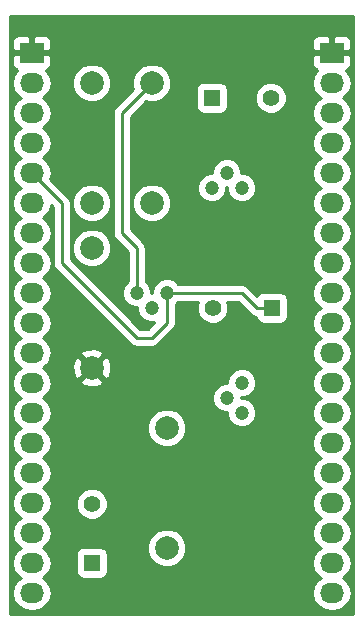
<source format=gbr>
G04 #@! TF.FileFunction,Copper,L2,Bot,Signal*
%FSLAX46Y46*%
G04 Gerber Fmt 4.6, Leading zero omitted, Abs format (unit mm)*
G04 Created by KiCad (PCBNEW 4.0.3+e1-6302~38~ubuntu16.04.1-stable) date Thu Aug 25 17:11:50 2016*
%MOMM*%
%LPD*%
G01*
G04 APERTURE LIST*
%ADD10C,0.100000*%
%ADD11R,1.400000X1.400000*%
%ADD12C,1.400000*%
%ADD13C,1.998980*%
%ADD14C,1.200000*%
%ADD15R,2.032000X1.727200*%
%ADD16O,2.032000X1.727200*%
%ADD17C,0.250000*%
%ADD18C,0.254000*%
G04 APERTURE END LIST*
D10*
D11*
X66040000Y-113030000D03*
D12*
X66040000Y-108030000D03*
D13*
X72390000Y-101600000D03*
X72390000Y-111760000D03*
D14*
X78740000Y-97790000D03*
X77470000Y-99060000D03*
X78740000Y-100330000D03*
X69850000Y-90170000D03*
X71120000Y-91440000D03*
X72390000Y-90170000D03*
D11*
X81280000Y-91440000D03*
D12*
X76280000Y-91440000D03*
D14*
X78740000Y-81280000D03*
X77470000Y-80010000D03*
X76200000Y-81280000D03*
D13*
X66040000Y-86360000D03*
X66040000Y-96520000D03*
D11*
X76200000Y-73660000D03*
D12*
X81200000Y-73660000D03*
D13*
X66040000Y-72390000D03*
X66040000Y-82550000D03*
X71120000Y-72390000D03*
X71120000Y-82550000D03*
D15*
X60960000Y-69850000D03*
D16*
X60960000Y-72390000D03*
X60960000Y-74930000D03*
X60960000Y-77470000D03*
X60960000Y-80010000D03*
X60960000Y-82550000D03*
X60960000Y-85090000D03*
X60960000Y-87630000D03*
X60960000Y-90170000D03*
X60960000Y-92710000D03*
X60960000Y-95250000D03*
X60960000Y-97790000D03*
X60960000Y-100330000D03*
X60960000Y-102870000D03*
X60960000Y-105410000D03*
X60960000Y-107950000D03*
X60960000Y-110490000D03*
X60960000Y-113030000D03*
X60960000Y-115570000D03*
D15*
X86360000Y-69850000D03*
D16*
X86360000Y-72390000D03*
X86360000Y-74930000D03*
X86360000Y-77470000D03*
X86360000Y-80010000D03*
X86360000Y-82550000D03*
X86360000Y-85090000D03*
X86360000Y-87630000D03*
X86360000Y-90170000D03*
X86360000Y-92710000D03*
X86360000Y-95250000D03*
X86360000Y-97790000D03*
X86360000Y-100330000D03*
X86360000Y-102870000D03*
X86360000Y-105410000D03*
X86360000Y-107950000D03*
X86360000Y-110490000D03*
X86360000Y-113030000D03*
X86360000Y-115570000D03*
D17*
X72390000Y-90170000D02*
X72390000Y-92710000D01*
X63500000Y-82550000D02*
X60960000Y-80010000D01*
X63500000Y-87630000D02*
X63500000Y-82550000D01*
X64770000Y-88900000D02*
X63500000Y-87630000D01*
X69850000Y-93980000D02*
X64770000Y-88900000D01*
X71120000Y-93980000D02*
X69850000Y-93980000D01*
X72390000Y-92710000D02*
X71120000Y-93980000D01*
X72390000Y-90170000D02*
X78740000Y-90170000D01*
X80010000Y-91440000D02*
X81280000Y-91440000D01*
X78740000Y-90170000D02*
X80010000Y-91440000D01*
X69850000Y-90170000D02*
X69850000Y-86360000D01*
X68580000Y-74930000D02*
X71120000Y-72390000D01*
X68580000Y-85090000D02*
X68580000Y-74930000D01*
X69850000Y-86360000D02*
X68580000Y-85090000D01*
D18*
G36*
X88190000Y-117400000D02*
X59130000Y-117400000D01*
X59130000Y-72390000D01*
X59276655Y-72390000D01*
X59390729Y-72963489D01*
X59715585Y-73449670D01*
X60030366Y-73660000D01*
X59715585Y-73870330D01*
X59390729Y-74356511D01*
X59276655Y-74930000D01*
X59390729Y-75503489D01*
X59715585Y-75989670D01*
X60030366Y-76200000D01*
X59715585Y-76410330D01*
X59390729Y-76896511D01*
X59276655Y-77470000D01*
X59390729Y-78043489D01*
X59715585Y-78529670D01*
X60030366Y-78740000D01*
X59715585Y-78950330D01*
X59390729Y-79436511D01*
X59276655Y-80010000D01*
X59390729Y-80583489D01*
X59715585Y-81069670D01*
X60030366Y-81280000D01*
X59715585Y-81490330D01*
X59390729Y-81976511D01*
X59276655Y-82550000D01*
X59390729Y-83123489D01*
X59715585Y-83609670D01*
X60030366Y-83820000D01*
X59715585Y-84030330D01*
X59390729Y-84516511D01*
X59276655Y-85090000D01*
X59390729Y-85663489D01*
X59715585Y-86149670D01*
X60030366Y-86360000D01*
X59715585Y-86570330D01*
X59390729Y-87056511D01*
X59276655Y-87630000D01*
X59390729Y-88203489D01*
X59715585Y-88689670D01*
X60030366Y-88900000D01*
X59715585Y-89110330D01*
X59390729Y-89596511D01*
X59276655Y-90170000D01*
X59390729Y-90743489D01*
X59715585Y-91229670D01*
X60030366Y-91440000D01*
X59715585Y-91650330D01*
X59390729Y-92136511D01*
X59276655Y-92710000D01*
X59390729Y-93283489D01*
X59715585Y-93769670D01*
X60030366Y-93980000D01*
X59715585Y-94190330D01*
X59390729Y-94676511D01*
X59276655Y-95250000D01*
X59390729Y-95823489D01*
X59715585Y-96309670D01*
X60030366Y-96520000D01*
X59715585Y-96730330D01*
X59390729Y-97216511D01*
X59276655Y-97790000D01*
X59390729Y-98363489D01*
X59715585Y-98849670D01*
X60030366Y-99060000D01*
X59715585Y-99270330D01*
X59390729Y-99756511D01*
X59276655Y-100330000D01*
X59390729Y-100903489D01*
X59715585Y-101389670D01*
X60030366Y-101600000D01*
X59715585Y-101810330D01*
X59390729Y-102296511D01*
X59276655Y-102870000D01*
X59390729Y-103443489D01*
X59715585Y-103929670D01*
X60030366Y-104140000D01*
X59715585Y-104350330D01*
X59390729Y-104836511D01*
X59276655Y-105410000D01*
X59390729Y-105983489D01*
X59715585Y-106469670D01*
X60030366Y-106680000D01*
X59715585Y-106890330D01*
X59390729Y-107376511D01*
X59276655Y-107950000D01*
X59390729Y-108523489D01*
X59715585Y-109009670D01*
X60030366Y-109220000D01*
X59715585Y-109430330D01*
X59390729Y-109916511D01*
X59276655Y-110490000D01*
X59390729Y-111063489D01*
X59715585Y-111549670D01*
X60030366Y-111760000D01*
X59715585Y-111970330D01*
X59390729Y-112456511D01*
X59276655Y-113030000D01*
X59390729Y-113603489D01*
X59715585Y-114089670D01*
X60030366Y-114300000D01*
X59715585Y-114510330D01*
X59390729Y-114996511D01*
X59276655Y-115570000D01*
X59390729Y-116143489D01*
X59715585Y-116629670D01*
X60201766Y-116954526D01*
X60775255Y-117068600D01*
X61144745Y-117068600D01*
X61718234Y-116954526D01*
X62204415Y-116629670D01*
X62529271Y-116143489D01*
X62643345Y-115570000D01*
X62529271Y-114996511D01*
X62204415Y-114510330D01*
X61889634Y-114300000D01*
X62204415Y-114089670D01*
X62529271Y-113603489D01*
X62643345Y-113030000D01*
X62529271Y-112456511D01*
X62444739Y-112330000D01*
X64692560Y-112330000D01*
X64692560Y-113730000D01*
X64736838Y-113965317D01*
X64875910Y-114181441D01*
X65088110Y-114326431D01*
X65340000Y-114377440D01*
X66740000Y-114377440D01*
X66975317Y-114333162D01*
X67191441Y-114194090D01*
X67336431Y-113981890D01*
X67387440Y-113730000D01*
X67387440Y-112330000D01*
X67343162Y-112094683D01*
X67336091Y-112083694D01*
X70755226Y-112083694D01*
X71003538Y-112684655D01*
X71462927Y-113144846D01*
X72063453Y-113394206D01*
X72713694Y-113394774D01*
X73314655Y-113146462D01*
X73774846Y-112687073D01*
X74024206Y-112086547D01*
X74024774Y-111436306D01*
X73776462Y-110835345D01*
X73317073Y-110375154D01*
X72716547Y-110125794D01*
X72066306Y-110125226D01*
X71465345Y-110373538D01*
X71005154Y-110832927D01*
X70755794Y-111433453D01*
X70755226Y-112083694D01*
X67336091Y-112083694D01*
X67204090Y-111878559D01*
X66991890Y-111733569D01*
X66740000Y-111682560D01*
X65340000Y-111682560D01*
X65104683Y-111726838D01*
X64888559Y-111865910D01*
X64743569Y-112078110D01*
X64692560Y-112330000D01*
X62444739Y-112330000D01*
X62204415Y-111970330D01*
X61889634Y-111760000D01*
X62204415Y-111549670D01*
X62529271Y-111063489D01*
X62643345Y-110490000D01*
X62529271Y-109916511D01*
X62204415Y-109430330D01*
X61889634Y-109220000D01*
X62204415Y-109009670D01*
X62529271Y-108523489D01*
X62574842Y-108294383D01*
X64704769Y-108294383D01*
X64907582Y-108785229D01*
X65282796Y-109161098D01*
X65773287Y-109364768D01*
X66304383Y-109365231D01*
X66795229Y-109162418D01*
X67171098Y-108787204D01*
X67374768Y-108296713D01*
X67375231Y-107765617D01*
X67172418Y-107274771D01*
X66797204Y-106898902D01*
X66306713Y-106695232D01*
X65775617Y-106694769D01*
X65284771Y-106897582D01*
X64908902Y-107272796D01*
X64705232Y-107763287D01*
X64704769Y-108294383D01*
X62574842Y-108294383D01*
X62643345Y-107950000D01*
X62529271Y-107376511D01*
X62204415Y-106890330D01*
X61889634Y-106680000D01*
X62204415Y-106469670D01*
X62529271Y-105983489D01*
X62643345Y-105410000D01*
X62529271Y-104836511D01*
X62204415Y-104350330D01*
X61889634Y-104140000D01*
X62204415Y-103929670D01*
X62529271Y-103443489D01*
X62643345Y-102870000D01*
X62529271Y-102296511D01*
X62280163Y-101923694D01*
X70755226Y-101923694D01*
X71003538Y-102524655D01*
X71462927Y-102984846D01*
X72063453Y-103234206D01*
X72713694Y-103234774D01*
X73314655Y-102986462D01*
X73774846Y-102527073D01*
X74024206Y-101926547D01*
X74024774Y-101276306D01*
X73776462Y-100675345D01*
X73317073Y-100215154D01*
X72716547Y-99965794D01*
X72066306Y-99965226D01*
X71465345Y-100213538D01*
X71005154Y-100672927D01*
X70755794Y-101273453D01*
X70755226Y-101923694D01*
X62280163Y-101923694D01*
X62204415Y-101810330D01*
X61889634Y-101600000D01*
X62204415Y-101389670D01*
X62529271Y-100903489D01*
X62643345Y-100330000D01*
X62529271Y-99756511D01*
X62227300Y-99304579D01*
X76234786Y-99304579D01*
X76422408Y-99758657D01*
X76769515Y-100106371D01*
X77223266Y-100294785D01*
X77505030Y-100295031D01*
X77504786Y-100574579D01*
X77692408Y-101028657D01*
X78039515Y-101376371D01*
X78493266Y-101564785D01*
X78984579Y-101565214D01*
X79438657Y-101377592D01*
X79786371Y-101030485D01*
X79974785Y-100576734D01*
X79975214Y-100085421D01*
X79787592Y-99631343D01*
X79440485Y-99283629D01*
X78986734Y-99095215D01*
X78704970Y-99094969D01*
X78705031Y-99024970D01*
X78984579Y-99025214D01*
X79438657Y-98837592D01*
X79786371Y-98490485D01*
X79974785Y-98036734D01*
X79975214Y-97545421D01*
X79787592Y-97091343D01*
X79440485Y-96743629D01*
X78986734Y-96555215D01*
X78495421Y-96554786D01*
X78041343Y-96742408D01*
X77693629Y-97089515D01*
X77505215Y-97543266D01*
X77504969Y-97825030D01*
X77225421Y-97824786D01*
X76771343Y-98012408D01*
X76423629Y-98359515D01*
X76235215Y-98813266D01*
X76234786Y-99304579D01*
X62227300Y-99304579D01*
X62204415Y-99270330D01*
X61889634Y-99060000D01*
X62204415Y-98849670D01*
X62529271Y-98363489D01*
X62643345Y-97790000D01*
X62619906Y-97672163D01*
X65067443Y-97672163D01*
X65166042Y-97938965D01*
X65775582Y-98165401D01*
X66425377Y-98141341D01*
X66913958Y-97938965D01*
X67012557Y-97672163D01*
X66040000Y-96699605D01*
X65067443Y-97672163D01*
X62619906Y-97672163D01*
X62529271Y-97216511D01*
X62204415Y-96730330D01*
X61889634Y-96520000D01*
X62204415Y-96309670D01*
X62240555Y-96255582D01*
X64394599Y-96255582D01*
X64418659Y-96905377D01*
X64621035Y-97393958D01*
X64887837Y-97492557D01*
X65860395Y-96520000D01*
X66219605Y-96520000D01*
X67192163Y-97492557D01*
X67458965Y-97393958D01*
X67685401Y-96784418D01*
X67661341Y-96134623D01*
X67458965Y-95646042D01*
X67192163Y-95547443D01*
X66219605Y-96520000D01*
X65860395Y-96520000D01*
X64887837Y-95547443D01*
X64621035Y-95646042D01*
X64394599Y-96255582D01*
X62240555Y-96255582D01*
X62529271Y-95823489D01*
X62619905Y-95367837D01*
X65067443Y-95367837D01*
X66040000Y-96340395D01*
X67012557Y-95367837D01*
X66913958Y-95101035D01*
X66304418Y-94874599D01*
X65654623Y-94898659D01*
X65166042Y-95101035D01*
X65067443Y-95367837D01*
X62619905Y-95367837D01*
X62643345Y-95250000D01*
X62529271Y-94676511D01*
X62204415Y-94190330D01*
X61889634Y-93980000D01*
X62204415Y-93769670D01*
X62529271Y-93283489D01*
X62643345Y-92710000D01*
X62529271Y-92136511D01*
X62204415Y-91650330D01*
X61889634Y-91440000D01*
X62204415Y-91229670D01*
X62529271Y-90743489D01*
X62643345Y-90170000D01*
X62529271Y-89596511D01*
X62204415Y-89110330D01*
X61889634Y-88900000D01*
X62204415Y-88689670D01*
X62529271Y-88203489D01*
X62643345Y-87630000D01*
X62529271Y-87056511D01*
X62204415Y-86570330D01*
X61889634Y-86360000D01*
X62204415Y-86149670D01*
X62529271Y-85663489D01*
X62643345Y-85090000D01*
X62529271Y-84516511D01*
X62204415Y-84030330D01*
X61889634Y-83820000D01*
X62204415Y-83609670D01*
X62529271Y-83123489D01*
X62607152Y-82731954D01*
X62740000Y-82864802D01*
X62740000Y-87630000D01*
X62797852Y-87920839D01*
X62962599Y-88167401D01*
X69312599Y-94517401D01*
X69559161Y-94682148D01*
X69850000Y-94740000D01*
X71120000Y-94740000D01*
X71410839Y-94682148D01*
X71657401Y-94517401D01*
X72927401Y-93247401D01*
X73092148Y-93000840D01*
X73150000Y-92710000D01*
X73150000Y-91156356D01*
X73376752Y-90930000D01*
X75046254Y-90930000D01*
X74945232Y-91173287D01*
X74944769Y-91704383D01*
X75147582Y-92195229D01*
X75522796Y-92571098D01*
X76013287Y-92774768D01*
X76544383Y-92775231D01*
X77035229Y-92572418D01*
X77411098Y-92197204D01*
X77614768Y-91706713D01*
X77615231Y-91175617D01*
X77513744Y-90930000D01*
X78425198Y-90930000D01*
X79472599Y-91977401D01*
X79719160Y-92142148D01*
X79941278Y-92186330D01*
X79976838Y-92375317D01*
X80115910Y-92591441D01*
X80328110Y-92736431D01*
X80580000Y-92787440D01*
X81980000Y-92787440D01*
X82215317Y-92743162D01*
X82431441Y-92604090D01*
X82576431Y-92391890D01*
X82627440Y-92140000D01*
X82627440Y-90740000D01*
X82583162Y-90504683D01*
X82444090Y-90288559D01*
X82231890Y-90143569D01*
X81980000Y-90092560D01*
X80580000Y-90092560D01*
X80344683Y-90136838D01*
X80128559Y-90275910D01*
X80044190Y-90399388D01*
X79277401Y-89632599D01*
X79030839Y-89467852D01*
X78740000Y-89410000D01*
X73376356Y-89410000D01*
X73090485Y-89123629D01*
X72636734Y-88935215D01*
X72145421Y-88934786D01*
X71691343Y-89122408D01*
X71343629Y-89469515D01*
X71155215Y-89923266D01*
X71154969Y-90205030D01*
X71084970Y-90204969D01*
X71085214Y-89925421D01*
X70897592Y-89471343D01*
X70610000Y-89183248D01*
X70610000Y-86360000D01*
X70587219Y-86245474D01*
X70552148Y-86069160D01*
X70387401Y-85822599D01*
X69340000Y-84775198D01*
X69340000Y-82873694D01*
X69485226Y-82873694D01*
X69733538Y-83474655D01*
X70192927Y-83934846D01*
X70793453Y-84184206D01*
X71443694Y-84184774D01*
X72044655Y-83936462D01*
X72504846Y-83477073D01*
X72754206Y-82876547D01*
X72754774Y-82226306D01*
X72506462Y-81625345D01*
X72405872Y-81524579D01*
X74964786Y-81524579D01*
X75152408Y-81978657D01*
X75499515Y-82326371D01*
X75953266Y-82514785D01*
X76444579Y-82515214D01*
X76898657Y-82327592D01*
X77246371Y-81980485D01*
X77434785Y-81526734D01*
X77435031Y-81244970D01*
X77505030Y-81245031D01*
X77504786Y-81524579D01*
X77692408Y-81978657D01*
X78039515Y-82326371D01*
X78493266Y-82514785D01*
X78984579Y-82515214D01*
X79438657Y-82327592D01*
X79786371Y-81980485D01*
X79974785Y-81526734D01*
X79975214Y-81035421D01*
X79787592Y-80581343D01*
X79440485Y-80233629D01*
X78986734Y-80045215D01*
X78704970Y-80044969D01*
X78705214Y-79765421D01*
X78517592Y-79311343D01*
X78170485Y-78963629D01*
X77716734Y-78775215D01*
X77225421Y-78774786D01*
X76771343Y-78962408D01*
X76423629Y-79309515D01*
X76235215Y-79763266D01*
X76234969Y-80045030D01*
X75955421Y-80044786D01*
X75501343Y-80232408D01*
X75153629Y-80579515D01*
X74965215Y-81033266D01*
X74964786Y-81524579D01*
X72405872Y-81524579D01*
X72047073Y-81165154D01*
X71446547Y-80915794D01*
X70796306Y-80915226D01*
X70195345Y-81163538D01*
X69735154Y-81622927D01*
X69485794Y-82223453D01*
X69485226Y-82873694D01*
X69340000Y-82873694D01*
X69340000Y-75244802D01*
X70628917Y-73955885D01*
X70793453Y-74024206D01*
X71443694Y-74024774D01*
X72044655Y-73776462D01*
X72504846Y-73317073D01*
X72653115Y-72960000D01*
X74852560Y-72960000D01*
X74852560Y-74360000D01*
X74896838Y-74595317D01*
X75035910Y-74811441D01*
X75248110Y-74956431D01*
X75500000Y-75007440D01*
X76900000Y-75007440D01*
X77135317Y-74963162D01*
X77351441Y-74824090D01*
X77496431Y-74611890D01*
X77547440Y-74360000D01*
X77547440Y-73924383D01*
X79864769Y-73924383D01*
X80067582Y-74415229D01*
X80442796Y-74791098D01*
X80933287Y-74994768D01*
X81464383Y-74995231D01*
X81955229Y-74792418D01*
X82331098Y-74417204D01*
X82534768Y-73926713D01*
X82535231Y-73395617D01*
X82332418Y-72904771D01*
X81957204Y-72528902D01*
X81622692Y-72390000D01*
X84676655Y-72390000D01*
X84790729Y-72963489D01*
X85115585Y-73449670D01*
X85430366Y-73660000D01*
X85115585Y-73870330D01*
X84790729Y-74356511D01*
X84676655Y-74930000D01*
X84790729Y-75503489D01*
X85115585Y-75989670D01*
X85430366Y-76200000D01*
X85115585Y-76410330D01*
X84790729Y-76896511D01*
X84676655Y-77470000D01*
X84790729Y-78043489D01*
X85115585Y-78529670D01*
X85430366Y-78740000D01*
X85115585Y-78950330D01*
X84790729Y-79436511D01*
X84676655Y-80010000D01*
X84790729Y-80583489D01*
X85115585Y-81069670D01*
X85430366Y-81280000D01*
X85115585Y-81490330D01*
X84790729Y-81976511D01*
X84676655Y-82550000D01*
X84790729Y-83123489D01*
X85115585Y-83609670D01*
X85430366Y-83820000D01*
X85115585Y-84030330D01*
X84790729Y-84516511D01*
X84676655Y-85090000D01*
X84790729Y-85663489D01*
X85115585Y-86149670D01*
X85430366Y-86360000D01*
X85115585Y-86570330D01*
X84790729Y-87056511D01*
X84676655Y-87630000D01*
X84790729Y-88203489D01*
X85115585Y-88689670D01*
X85430366Y-88900000D01*
X85115585Y-89110330D01*
X84790729Y-89596511D01*
X84676655Y-90170000D01*
X84790729Y-90743489D01*
X85115585Y-91229670D01*
X85430366Y-91440000D01*
X85115585Y-91650330D01*
X84790729Y-92136511D01*
X84676655Y-92710000D01*
X84790729Y-93283489D01*
X85115585Y-93769670D01*
X85430366Y-93980000D01*
X85115585Y-94190330D01*
X84790729Y-94676511D01*
X84676655Y-95250000D01*
X84790729Y-95823489D01*
X85115585Y-96309670D01*
X85430366Y-96520000D01*
X85115585Y-96730330D01*
X84790729Y-97216511D01*
X84676655Y-97790000D01*
X84790729Y-98363489D01*
X85115585Y-98849670D01*
X85430366Y-99060000D01*
X85115585Y-99270330D01*
X84790729Y-99756511D01*
X84676655Y-100330000D01*
X84790729Y-100903489D01*
X85115585Y-101389670D01*
X85430366Y-101600000D01*
X85115585Y-101810330D01*
X84790729Y-102296511D01*
X84676655Y-102870000D01*
X84790729Y-103443489D01*
X85115585Y-103929670D01*
X85430366Y-104140000D01*
X85115585Y-104350330D01*
X84790729Y-104836511D01*
X84676655Y-105410000D01*
X84790729Y-105983489D01*
X85115585Y-106469670D01*
X85430366Y-106680000D01*
X85115585Y-106890330D01*
X84790729Y-107376511D01*
X84676655Y-107950000D01*
X84790729Y-108523489D01*
X85115585Y-109009670D01*
X85430366Y-109220000D01*
X85115585Y-109430330D01*
X84790729Y-109916511D01*
X84676655Y-110490000D01*
X84790729Y-111063489D01*
X85115585Y-111549670D01*
X85430366Y-111760000D01*
X85115585Y-111970330D01*
X84790729Y-112456511D01*
X84676655Y-113030000D01*
X84790729Y-113603489D01*
X85115585Y-114089670D01*
X85430366Y-114300000D01*
X85115585Y-114510330D01*
X84790729Y-114996511D01*
X84676655Y-115570000D01*
X84790729Y-116143489D01*
X85115585Y-116629670D01*
X85601766Y-116954526D01*
X86175255Y-117068600D01*
X86544745Y-117068600D01*
X87118234Y-116954526D01*
X87604415Y-116629670D01*
X87929271Y-116143489D01*
X88043345Y-115570000D01*
X87929271Y-114996511D01*
X87604415Y-114510330D01*
X87289634Y-114300000D01*
X87604415Y-114089670D01*
X87929271Y-113603489D01*
X88043345Y-113030000D01*
X87929271Y-112456511D01*
X87604415Y-111970330D01*
X87289634Y-111760000D01*
X87604415Y-111549670D01*
X87929271Y-111063489D01*
X88043345Y-110490000D01*
X87929271Y-109916511D01*
X87604415Y-109430330D01*
X87289634Y-109220000D01*
X87604415Y-109009670D01*
X87929271Y-108523489D01*
X88043345Y-107950000D01*
X87929271Y-107376511D01*
X87604415Y-106890330D01*
X87289634Y-106680000D01*
X87604415Y-106469670D01*
X87929271Y-105983489D01*
X88043345Y-105410000D01*
X87929271Y-104836511D01*
X87604415Y-104350330D01*
X87289634Y-104140000D01*
X87604415Y-103929670D01*
X87929271Y-103443489D01*
X88043345Y-102870000D01*
X87929271Y-102296511D01*
X87604415Y-101810330D01*
X87289634Y-101600000D01*
X87604415Y-101389670D01*
X87929271Y-100903489D01*
X88043345Y-100330000D01*
X87929271Y-99756511D01*
X87604415Y-99270330D01*
X87289634Y-99060000D01*
X87604415Y-98849670D01*
X87929271Y-98363489D01*
X88043345Y-97790000D01*
X87929271Y-97216511D01*
X87604415Y-96730330D01*
X87289634Y-96520000D01*
X87604415Y-96309670D01*
X87929271Y-95823489D01*
X88043345Y-95250000D01*
X87929271Y-94676511D01*
X87604415Y-94190330D01*
X87289634Y-93980000D01*
X87604415Y-93769670D01*
X87929271Y-93283489D01*
X88043345Y-92710000D01*
X87929271Y-92136511D01*
X87604415Y-91650330D01*
X87289634Y-91440000D01*
X87604415Y-91229670D01*
X87929271Y-90743489D01*
X88043345Y-90170000D01*
X87929271Y-89596511D01*
X87604415Y-89110330D01*
X87289634Y-88900000D01*
X87604415Y-88689670D01*
X87929271Y-88203489D01*
X88043345Y-87630000D01*
X87929271Y-87056511D01*
X87604415Y-86570330D01*
X87289634Y-86360000D01*
X87604415Y-86149670D01*
X87929271Y-85663489D01*
X88043345Y-85090000D01*
X87929271Y-84516511D01*
X87604415Y-84030330D01*
X87289634Y-83820000D01*
X87604415Y-83609670D01*
X87929271Y-83123489D01*
X88043345Y-82550000D01*
X87929271Y-81976511D01*
X87604415Y-81490330D01*
X87289634Y-81280000D01*
X87604415Y-81069670D01*
X87929271Y-80583489D01*
X88043345Y-80010000D01*
X87929271Y-79436511D01*
X87604415Y-78950330D01*
X87289634Y-78740000D01*
X87604415Y-78529670D01*
X87929271Y-78043489D01*
X88043345Y-77470000D01*
X87929271Y-76896511D01*
X87604415Y-76410330D01*
X87289634Y-76200000D01*
X87604415Y-75989670D01*
X87929271Y-75503489D01*
X88043345Y-74930000D01*
X87929271Y-74356511D01*
X87604415Y-73870330D01*
X87289634Y-73660000D01*
X87604415Y-73449670D01*
X87929271Y-72963489D01*
X88043345Y-72390000D01*
X87929271Y-71816511D01*
X87604415Y-71330330D01*
X87582220Y-71315500D01*
X87735699Y-71251927D01*
X87914327Y-71073298D01*
X88011000Y-70839909D01*
X88011000Y-70135750D01*
X87852250Y-69977000D01*
X86487000Y-69977000D01*
X86487000Y-69997000D01*
X86233000Y-69997000D01*
X86233000Y-69977000D01*
X84867750Y-69977000D01*
X84709000Y-70135750D01*
X84709000Y-70839909D01*
X84805673Y-71073298D01*
X84984301Y-71251927D01*
X85137780Y-71315500D01*
X85115585Y-71330330D01*
X84790729Y-71816511D01*
X84676655Y-72390000D01*
X81622692Y-72390000D01*
X81466713Y-72325232D01*
X80935617Y-72324769D01*
X80444771Y-72527582D01*
X80068902Y-72902796D01*
X79865232Y-73393287D01*
X79864769Y-73924383D01*
X77547440Y-73924383D01*
X77547440Y-72960000D01*
X77503162Y-72724683D01*
X77364090Y-72508559D01*
X77151890Y-72363569D01*
X76900000Y-72312560D01*
X75500000Y-72312560D01*
X75264683Y-72356838D01*
X75048559Y-72495910D01*
X74903569Y-72708110D01*
X74852560Y-72960000D01*
X72653115Y-72960000D01*
X72754206Y-72716547D01*
X72754774Y-72066306D01*
X72506462Y-71465345D01*
X72047073Y-71005154D01*
X71446547Y-70755794D01*
X70796306Y-70755226D01*
X70195345Y-71003538D01*
X69735154Y-71462927D01*
X69485794Y-72063453D01*
X69485226Y-72713694D01*
X69554309Y-72880889D01*
X68042599Y-74392599D01*
X67877852Y-74639161D01*
X67820000Y-74930000D01*
X67820000Y-85090000D01*
X67877852Y-85380839D01*
X68042599Y-85627401D01*
X69090000Y-86674802D01*
X69090000Y-89183644D01*
X68803629Y-89469515D01*
X68615215Y-89923266D01*
X68614786Y-90414579D01*
X68802408Y-90868657D01*
X69149515Y-91216371D01*
X69603266Y-91404785D01*
X69885030Y-91405031D01*
X69884786Y-91684579D01*
X70072408Y-92138657D01*
X70419515Y-92486371D01*
X70873266Y-92674785D01*
X71349997Y-92675201D01*
X70805198Y-93220000D01*
X70164802Y-93220000D01*
X64260000Y-87315198D01*
X64260000Y-86683694D01*
X64405226Y-86683694D01*
X64653538Y-87284655D01*
X65112927Y-87744846D01*
X65713453Y-87994206D01*
X66363694Y-87994774D01*
X66964655Y-87746462D01*
X67424846Y-87287073D01*
X67674206Y-86686547D01*
X67674774Y-86036306D01*
X67426462Y-85435345D01*
X66967073Y-84975154D01*
X66366547Y-84725794D01*
X65716306Y-84725226D01*
X65115345Y-84973538D01*
X64655154Y-85432927D01*
X64405794Y-86033453D01*
X64405226Y-86683694D01*
X64260000Y-86683694D01*
X64260000Y-82873694D01*
X64405226Y-82873694D01*
X64653538Y-83474655D01*
X65112927Y-83934846D01*
X65713453Y-84184206D01*
X66363694Y-84184774D01*
X66964655Y-83936462D01*
X67424846Y-83477073D01*
X67674206Y-82876547D01*
X67674774Y-82226306D01*
X67426462Y-81625345D01*
X66967073Y-81165154D01*
X66366547Y-80915794D01*
X65716306Y-80915226D01*
X65115345Y-81163538D01*
X64655154Y-81622927D01*
X64405794Y-82223453D01*
X64405226Y-82873694D01*
X64260000Y-82873694D01*
X64260000Y-82550000D01*
X64202148Y-82259161D01*
X64202148Y-82259160D01*
X64037401Y-82012599D01*
X62542381Y-80517579D01*
X62643345Y-80010000D01*
X62529271Y-79436511D01*
X62204415Y-78950330D01*
X61889634Y-78740000D01*
X62204415Y-78529670D01*
X62529271Y-78043489D01*
X62643345Y-77470000D01*
X62529271Y-76896511D01*
X62204415Y-76410330D01*
X61889634Y-76200000D01*
X62204415Y-75989670D01*
X62529271Y-75503489D01*
X62643345Y-74930000D01*
X62529271Y-74356511D01*
X62204415Y-73870330D01*
X61889634Y-73660000D01*
X62204415Y-73449670D01*
X62529271Y-72963489D01*
X62578958Y-72713694D01*
X64405226Y-72713694D01*
X64653538Y-73314655D01*
X65112927Y-73774846D01*
X65713453Y-74024206D01*
X66363694Y-74024774D01*
X66964655Y-73776462D01*
X67424846Y-73317073D01*
X67674206Y-72716547D01*
X67674774Y-72066306D01*
X67426462Y-71465345D01*
X66967073Y-71005154D01*
X66366547Y-70755794D01*
X65716306Y-70755226D01*
X65115345Y-71003538D01*
X64655154Y-71462927D01*
X64405794Y-72063453D01*
X64405226Y-72713694D01*
X62578958Y-72713694D01*
X62643345Y-72390000D01*
X62529271Y-71816511D01*
X62204415Y-71330330D01*
X62182220Y-71315500D01*
X62335699Y-71251927D01*
X62514327Y-71073298D01*
X62611000Y-70839909D01*
X62611000Y-70135750D01*
X62452250Y-69977000D01*
X61087000Y-69977000D01*
X61087000Y-69997000D01*
X60833000Y-69997000D01*
X60833000Y-69977000D01*
X59467750Y-69977000D01*
X59309000Y-70135750D01*
X59309000Y-70839909D01*
X59405673Y-71073298D01*
X59584301Y-71251927D01*
X59737780Y-71315500D01*
X59715585Y-71330330D01*
X59390729Y-71816511D01*
X59276655Y-72390000D01*
X59130000Y-72390000D01*
X59130000Y-68860091D01*
X59309000Y-68860091D01*
X59309000Y-69564250D01*
X59467750Y-69723000D01*
X60833000Y-69723000D01*
X60833000Y-68510150D01*
X61087000Y-68510150D01*
X61087000Y-69723000D01*
X62452250Y-69723000D01*
X62611000Y-69564250D01*
X62611000Y-68860091D01*
X84709000Y-68860091D01*
X84709000Y-69564250D01*
X84867750Y-69723000D01*
X86233000Y-69723000D01*
X86233000Y-68510150D01*
X86487000Y-68510150D01*
X86487000Y-69723000D01*
X87852250Y-69723000D01*
X88011000Y-69564250D01*
X88011000Y-68860091D01*
X87914327Y-68626702D01*
X87735699Y-68448073D01*
X87502310Y-68351400D01*
X86645750Y-68351400D01*
X86487000Y-68510150D01*
X86233000Y-68510150D01*
X86074250Y-68351400D01*
X85217690Y-68351400D01*
X84984301Y-68448073D01*
X84805673Y-68626702D01*
X84709000Y-68860091D01*
X62611000Y-68860091D01*
X62514327Y-68626702D01*
X62335699Y-68448073D01*
X62102310Y-68351400D01*
X61245750Y-68351400D01*
X61087000Y-68510150D01*
X60833000Y-68510150D01*
X60674250Y-68351400D01*
X59817690Y-68351400D01*
X59584301Y-68448073D01*
X59405673Y-68626702D01*
X59309000Y-68860091D01*
X59130000Y-68860091D01*
X59130000Y-66750000D01*
X88190000Y-66750000D01*
X88190000Y-117400000D01*
X88190000Y-117400000D01*
G37*
X88190000Y-117400000D02*
X59130000Y-117400000D01*
X59130000Y-72390000D01*
X59276655Y-72390000D01*
X59390729Y-72963489D01*
X59715585Y-73449670D01*
X60030366Y-73660000D01*
X59715585Y-73870330D01*
X59390729Y-74356511D01*
X59276655Y-74930000D01*
X59390729Y-75503489D01*
X59715585Y-75989670D01*
X60030366Y-76200000D01*
X59715585Y-76410330D01*
X59390729Y-76896511D01*
X59276655Y-77470000D01*
X59390729Y-78043489D01*
X59715585Y-78529670D01*
X60030366Y-78740000D01*
X59715585Y-78950330D01*
X59390729Y-79436511D01*
X59276655Y-80010000D01*
X59390729Y-80583489D01*
X59715585Y-81069670D01*
X60030366Y-81280000D01*
X59715585Y-81490330D01*
X59390729Y-81976511D01*
X59276655Y-82550000D01*
X59390729Y-83123489D01*
X59715585Y-83609670D01*
X60030366Y-83820000D01*
X59715585Y-84030330D01*
X59390729Y-84516511D01*
X59276655Y-85090000D01*
X59390729Y-85663489D01*
X59715585Y-86149670D01*
X60030366Y-86360000D01*
X59715585Y-86570330D01*
X59390729Y-87056511D01*
X59276655Y-87630000D01*
X59390729Y-88203489D01*
X59715585Y-88689670D01*
X60030366Y-88900000D01*
X59715585Y-89110330D01*
X59390729Y-89596511D01*
X59276655Y-90170000D01*
X59390729Y-90743489D01*
X59715585Y-91229670D01*
X60030366Y-91440000D01*
X59715585Y-91650330D01*
X59390729Y-92136511D01*
X59276655Y-92710000D01*
X59390729Y-93283489D01*
X59715585Y-93769670D01*
X60030366Y-93980000D01*
X59715585Y-94190330D01*
X59390729Y-94676511D01*
X59276655Y-95250000D01*
X59390729Y-95823489D01*
X59715585Y-96309670D01*
X60030366Y-96520000D01*
X59715585Y-96730330D01*
X59390729Y-97216511D01*
X59276655Y-97790000D01*
X59390729Y-98363489D01*
X59715585Y-98849670D01*
X60030366Y-99060000D01*
X59715585Y-99270330D01*
X59390729Y-99756511D01*
X59276655Y-100330000D01*
X59390729Y-100903489D01*
X59715585Y-101389670D01*
X60030366Y-101600000D01*
X59715585Y-101810330D01*
X59390729Y-102296511D01*
X59276655Y-102870000D01*
X59390729Y-103443489D01*
X59715585Y-103929670D01*
X60030366Y-104140000D01*
X59715585Y-104350330D01*
X59390729Y-104836511D01*
X59276655Y-105410000D01*
X59390729Y-105983489D01*
X59715585Y-106469670D01*
X60030366Y-106680000D01*
X59715585Y-106890330D01*
X59390729Y-107376511D01*
X59276655Y-107950000D01*
X59390729Y-108523489D01*
X59715585Y-109009670D01*
X60030366Y-109220000D01*
X59715585Y-109430330D01*
X59390729Y-109916511D01*
X59276655Y-110490000D01*
X59390729Y-111063489D01*
X59715585Y-111549670D01*
X60030366Y-111760000D01*
X59715585Y-111970330D01*
X59390729Y-112456511D01*
X59276655Y-113030000D01*
X59390729Y-113603489D01*
X59715585Y-114089670D01*
X60030366Y-114300000D01*
X59715585Y-114510330D01*
X59390729Y-114996511D01*
X59276655Y-115570000D01*
X59390729Y-116143489D01*
X59715585Y-116629670D01*
X60201766Y-116954526D01*
X60775255Y-117068600D01*
X61144745Y-117068600D01*
X61718234Y-116954526D01*
X62204415Y-116629670D01*
X62529271Y-116143489D01*
X62643345Y-115570000D01*
X62529271Y-114996511D01*
X62204415Y-114510330D01*
X61889634Y-114300000D01*
X62204415Y-114089670D01*
X62529271Y-113603489D01*
X62643345Y-113030000D01*
X62529271Y-112456511D01*
X62444739Y-112330000D01*
X64692560Y-112330000D01*
X64692560Y-113730000D01*
X64736838Y-113965317D01*
X64875910Y-114181441D01*
X65088110Y-114326431D01*
X65340000Y-114377440D01*
X66740000Y-114377440D01*
X66975317Y-114333162D01*
X67191441Y-114194090D01*
X67336431Y-113981890D01*
X67387440Y-113730000D01*
X67387440Y-112330000D01*
X67343162Y-112094683D01*
X67336091Y-112083694D01*
X70755226Y-112083694D01*
X71003538Y-112684655D01*
X71462927Y-113144846D01*
X72063453Y-113394206D01*
X72713694Y-113394774D01*
X73314655Y-113146462D01*
X73774846Y-112687073D01*
X74024206Y-112086547D01*
X74024774Y-111436306D01*
X73776462Y-110835345D01*
X73317073Y-110375154D01*
X72716547Y-110125794D01*
X72066306Y-110125226D01*
X71465345Y-110373538D01*
X71005154Y-110832927D01*
X70755794Y-111433453D01*
X70755226Y-112083694D01*
X67336091Y-112083694D01*
X67204090Y-111878559D01*
X66991890Y-111733569D01*
X66740000Y-111682560D01*
X65340000Y-111682560D01*
X65104683Y-111726838D01*
X64888559Y-111865910D01*
X64743569Y-112078110D01*
X64692560Y-112330000D01*
X62444739Y-112330000D01*
X62204415Y-111970330D01*
X61889634Y-111760000D01*
X62204415Y-111549670D01*
X62529271Y-111063489D01*
X62643345Y-110490000D01*
X62529271Y-109916511D01*
X62204415Y-109430330D01*
X61889634Y-109220000D01*
X62204415Y-109009670D01*
X62529271Y-108523489D01*
X62574842Y-108294383D01*
X64704769Y-108294383D01*
X64907582Y-108785229D01*
X65282796Y-109161098D01*
X65773287Y-109364768D01*
X66304383Y-109365231D01*
X66795229Y-109162418D01*
X67171098Y-108787204D01*
X67374768Y-108296713D01*
X67375231Y-107765617D01*
X67172418Y-107274771D01*
X66797204Y-106898902D01*
X66306713Y-106695232D01*
X65775617Y-106694769D01*
X65284771Y-106897582D01*
X64908902Y-107272796D01*
X64705232Y-107763287D01*
X64704769Y-108294383D01*
X62574842Y-108294383D01*
X62643345Y-107950000D01*
X62529271Y-107376511D01*
X62204415Y-106890330D01*
X61889634Y-106680000D01*
X62204415Y-106469670D01*
X62529271Y-105983489D01*
X62643345Y-105410000D01*
X62529271Y-104836511D01*
X62204415Y-104350330D01*
X61889634Y-104140000D01*
X62204415Y-103929670D01*
X62529271Y-103443489D01*
X62643345Y-102870000D01*
X62529271Y-102296511D01*
X62280163Y-101923694D01*
X70755226Y-101923694D01*
X71003538Y-102524655D01*
X71462927Y-102984846D01*
X72063453Y-103234206D01*
X72713694Y-103234774D01*
X73314655Y-102986462D01*
X73774846Y-102527073D01*
X74024206Y-101926547D01*
X74024774Y-101276306D01*
X73776462Y-100675345D01*
X73317073Y-100215154D01*
X72716547Y-99965794D01*
X72066306Y-99965226D01*
X71465345Y-100213538D01*
X71005154Y-100672927D01*
X70755794Y-101273453D01*
X70755226Y-101923694D01*
X62280163Y-101923694D01*
X62204415Y-101810330D01*
X61889634Y-101600000D01*
X62204415Y-101389670D01*
X62529271Y-100903489D01*
X62643345Y-100330000D01*
X62529271Y-99756511D01*
X62227300Y-99304579D01*
X76234786Y-99304579D01*
X76422408Y-99758657D01*
X76769515Y-100106371D01*
X77223266Y-100294785D01*
X77505030Y-100295031D01*
X77504786Y-100574579D01*
X77692408Y-101028657D01*
X78039515Y-101376371D01*
X78493266Y-101564785D01*
X78984579Y-101565214D01*
X79438657Y-101377592D01*
X79786371Y-101030485D01*
X79974785Y-100576734D01*
X79975214Y-100085421D01*
X79787592Y-99631343D01*
X79440485Y-99283629D01*
X78986734Y-99095215D01*
X78704970Y-99094969D01*
X78705031Y-99024970D01*
X78984579Y-99025214D01*
X79438657Y-98837592D01*
X79786371Y-98490485D01*
X79974785Y-98036734D01*
X79975214Y-97545421D01*
X79787592Y-97091343D01*
X79440485Y-96743629D01*
X78986734Y-96555215D01*
X78495421Y-96554786D01*
X78041343Y-96742408D01*
X77693629Y-97089515D01*
X77505215Y-97543266D01*
X77504969Y-97825030D01*
X77225421Y-97824786D01*
X76771343Y-98012408D01*
X76423629Y-98359515D01*
X76235215Y-98813266D01*
X76234786Y-99304579D01*
X62227300Y-99304579D01*
X62204415Y-99270330D01*
X61889634Y-99060000D01*
X62204415Y-98849670D01*
X62529271Y-98363489D01*
X62643345Y-97790000D01*
X62619906Y-97672163D01*
X65067443Y-97672163D01*
X65166042Y-97938965D01*
X65775582Y-98165401D01*
X66425377Y-98141341D01*
X66913958Y-97938965D01*
X67012557Y-97672163D01*
X66040000Y-96699605D01*
X65067443Y-97672163D01*
X62619906Y-97672163D01*
X62529271Y-97216511D01*
X62204415Y-96730330D01*
X61889634Y-96520000D01*
X62204415Y-96309670D01*
X62240555Y-96255582D01*
X64394599Y-96255582D01*
X64418659Y-96905377D01*
X64621035Y-97393958D01*
X64887837Y-97492557D01*
X65860395Y-96520000D01*
X66219605Y-96520000D01*
X67192163Y-97492557D01*
X67458965Y-97393958D01*
X67685401Y-96784418D01*
X67661341Y-96134623D01*
X67458965Y-95646042D01*
X67192163Y-95547443D01*
X66219605Y-96520000D01*
X65860395Y-96520000D01*
X64887837Y-95547443D01*
X64621035Y-95646042D01*
X64394599Y-96255582D01*
X62240555Y-96255582D01*
X62529271Y-95823489D01*
X62619905Y-95367837D01*
X65067443Y-95367837D01*
X66040000Y-96340395D01*
X67012557Y-95367837D01*
X66913958Y-95101035D01*
X66304418Y-94874599D01*
X65654623Y-94898659D01*
X65166042Y-95101035D01*
X65067443Y-95367837D01*
X62619905Y-95367837D01*
X62643345Y-95250000D01*
X62529271Y-94676511D01*
X62204415Y-94190330D01*
X61889634Y-93980000D01*
X62204415Y-93769670D01*
X62529271Y-93283489D01*
X62643345Y-92710000D01*
X62529271Y-92136511D01*
X62204415Y-91650330D01*
X61889634Y-91440000D01*
X62204415Y-91229670D01*
X62529271Y-90743489D01*
X62643345Y-90170000D01*
X62529271Y-89596511D01*
X62204415Y-89110330D01*
X61889634Y-88900000D01*
X62204415Y-88689670D01*
X62529271Y-88203489D01*
X62643345Y-87630000D01*
X62529271Y-87056511D01*
X62204415Y-86570330D01*
X61889634Y-86360000D01*
X62204415Y-86149670D01*
X62529271Y-85663489D01*
X62643345Y-85090000D01*
X62529271Y-84516511D01*
X62204415Y-84030330D01*
X61889634Y-83820000D01*
X62204415Y-83609670D01*
X62529271Y-83123489D01*
X62607152Y-82731954D01*
X62740000Y-82864802D01*
X62740000Y-87630000D01*
X62797852Y-87920839D01*
X62962599Y-88167401D01*
X69312599Y-94517401D01*
X69559161Y-94682148D01*
X69850000Y-94740000D01*
X71120000Y-94740000D01*
X71410839Y-94682148D01*
X71657401Y-94517401D01*
X72927401Y-93247401D01*
X73092148Y-93000840D01*
X73150000Y-92710000D01*
X73150000Y-91156356D01*
X73376752Y-90930000D01*
X75046254Y-90930000D01*
X74945232Y-91173287D01*
X74944769Y-91704383D01*
X75147582Y-92195229D01*
X75522796Y-92571098D01*
X76013287Y-92774768D01*
X76544383Y-92775231D01*
X77035229Y-92572418D01*
X77411098Y-92197204D01*
X77614768Y-91706713D01*
X77615231Y-91175617D01*
X77513744Y-90930000D01*
X78425198Y-90930000D01*
X79472599Y-91977401D01*
X79719160Y-92142148D01*
X79941278Y-92186330D01*
X79976838Y-92375317D01*
X80115910Y-92591441D01*
X80328110Y-92736431D01*
X80580000Y-92787440D01*
X81980000Y-92787440D01*
X82215317Y-92743162D01*
X82431441Y-92604090D01*
X82576431Y-92391890D01*
X82627440Y-92140000D01*
X82627440Y-90740000D01*
X82583162Y-90504683D01*
X82444090Y-90288559D01*
X82231890Y-90143569D01*
X81980000Y-90092560D01*
X80580000Y-90092560D01*
X80344683Y-90136838D01*
X80128559Y-90275910D01*
X80044190Y-90399388D01*
X79277401Y-89632599D01*
X79030839Y-89467852D01*
X78740000Y-89410000D01*
X73376356Y-89410000D01*
X73090485Y-89123629D01*
X72636734Y-88935215D01*
X72145421Y-88934786D01*
X71691343Y-89122408D01*
X71343629Y-89469515D01*
X71155215Y-89923266D01*
X71154969Y-90205030D01*
X71084970Y-90204969D01*
X71085214Y-89925421D01*
X70897592Y-89471343D01*
X70610000Y-89183248D01*
X70610000Y-86360000D01*
X70587219Y-86245474D01*
X70552148Y-86069160D01*
X70387401Y-85822599D01*
X69340000Y-84775198D01*
X69340000Y-82873694D01*
X69485226Y-82873694D01*
X69733538Y-83474655D01*
X70192927Y-83934846D01*
X70793453Y-84184206D01*
X71443694Y-84184774D01*
X72044655Y-83936462D01*
X72504846Y-83477073D01*
X72754206Y-82876547D01*
X72754774Y-82226306D01*
X72506462Y-81625345D01*
X72405872Y-81524579D01*
X74964786Y-81524579D01*
X75152408Y-81978657D01*
X75499515Y-82326371D01*
X75953266Y-82514785D01*
X76444579Y-82515214D01*
X76898657Y-82327592D01*
X77246371Y-81980485D01*
X77434785Y-81526734D01*
X77435031Y-81244970D01*
X77505030Y-81245031D01*
X77504786Y-81524579D01*
X77692408Y-81978657D01*
X78039515Y-82326371D01*
X78493266Y-82514785D01*
X78984579Y-82515214D01*
X79438657Y-82327592D01*
X79786371Y-81980485D01*
X79974785Y-81526734D01*
X79975214Y-81035421D01*
X79787592Y-80581343D01*
X79440485Y-80233629D01*
X78986734Y-80045215D01*
X78704970Y-80044969D01*
X78705214Y-79765421D01*
X78517592Y-79311343D01*
X78170485Y-78963629D01*
X77716734Y-78775215D01*
X77225421Y-78774786D01*
X76771343Y-78962408D01*
X76423629Y-79309515D01*
X76235215Y-79763266D01*
X76234969Y-80045030D01*
X75955421Y-80044786D01*
X75501343Y-80232408D01*
X75153629Y-80579515D01*
X74965215Y-81033266D01*
X74964786Y-81524579D01*
X72405872Y-81524579D01*
X72047073Y-81165154D01*
X71446547Y-80915794D01*
X70796306Y-80915226D01*
X70195345Y-81163538D01*
X69735154Y-81622927D01*
X69485794Y-82223453D01*
X69485226Y-82873694D01*
X69340000Y-82873694D01*
X69340000Y-75244802D01*
X70628917Y-73955885D01*
X70793453Y-74024206D01*
X71443694Y-74024774D01*
X72044655Y-73776462D01*
X72504846Y-73317073D01*
X72653115Y-72960000D01*
X74852560Y-72960000D01*
X74852560Y-74360000D01*
X74896838Y-74595317D01*
X75035910Y-74811441D01*
X75248110Y-74956431D01*
X75500000Y-75007440D01*
X76900000Y-75007440D01*
X77135317Y-74963162D01*
X77351441Y-74824090D01*
X77496431Y-74611890D01*
X77547440Y-74360000D01*
X77547440Y-73924383D01*
X79864769Y-73924383D01*
X80067582Y-74415229D01*
X80442796Y-74791098D01*
X80933287Y-74994768D01*
X81464383Y-74995231D01*
X81955229Y-74792418D01*
X82331098Y-74417204D01*
X82534768Y-73926713D01*
X82535231Y-73395617D01*
X82332418Y-72904771D01*
X81957204Y-72528902D01*
X81622692Y-72390000D01*
X84676655Y-72390000D01*
X84790729Y-72963489D01*
X85115585Y-73449670D01*
X85430366Y-73660000D01*
X85115585Y-73870330D01*
X84790729Y-74356511D01*
X84676655Y-74930000D01*
X84790729Y-75503489D01*
X85115585Y-75989670D01*
X85430366Y-76200000D01*
X85115585Y-76410330D01*
X84790729Y-76896511D01*
X84676655Y-77470000D01*
X84790729Y-78043489D01*
X85115585Y-78529670D01*
X85430366Y-78740000D01*
X85115585Y-78950330D01*
X84790729Y-79436511D01*
X84676655Y-80010000D01*
X84790729Y-80583489D01*
X85115585Y-81069670D01*
X85430366Y-81280000D01*
X85115585Y-81490330D01*
X84790729Y-81976511D01*
X84676655Y-82550000D01*
X84790729Y-83123489D01*
X85115585Y-83609670D01*
X85430366Y-83820000D01*
X85115585Y-84030330D01*
X84790729Y-84516511D01*
X84676655Y-85090000D01*
X84790729Y-85663489D01*
X85115585Y-86149670D01*
X85430366Y-86360000D01*
X85115585Y-86570330D01*
X84790729Y-87056511D01*
X84676655Y-87630000D01*
X84790729Y-88203489D01*
X85115585Y-88689670D01*
X85430366Y-88900000D01*
X85115585Y-89110330D01*
X84790729Y-89596511D01*
X84676655Y-90170000D01*
X84790729Y-90743489D01*
X85115585Y-91229670D01*
X85430366Y-91440000D01*
X85115585Y-91650330D01*
X84790729Y-92136511D01*
X84676655Y-92710000D01*
X84790729Y-93283489D01*
X85115585Y-93769670D01*
X85430366Y-93980000D01*
X85115585Y-94190330D01*
X84790729Y-94676511D01*
X84676655Y-95250000D01*
X84790729Y-95823489D01*
X85115585Y-96309670D01*
X85430366Y-96520000D01*
X85115585Y-96730330D01*
X84790729Y-97216511D01*
X84676655Y-97790000D01*
X84790729Y-98363489D01*
X85115585Y-98849670D01*
X85430366Y-99060000D01*
X85115585Y-99270330D01*
X84790729Y-99756511D01*
X84676655Y-100330000D01*
X84790729Y-100903489D01*
X85115585Y-101389670D01*
X85430366Y-101600000D01*
X85115585Y-101810330D01*
X84790729Y-102296511D01*
X84676655Y-102870000D01*
X84790729Y-103443489D01*
X85115585Y-103929670D01*
X85430366Y-104140000D01*
X85115585Y-104350330D01*
X84790729Y-104836511D01*
X84676655Y-105410000D01*
X84790729Y-105983489D01*
X85115585Y-106469670D01*
X85430366Y-106680000D01*
X85115585Y-106890330D01*
X84790729Y-107376511D01*
X84676655Y-107950000D01*
X84790729Y-108523489D01*
X85115585Y-109009670D01*
X85430366Y-109220000D01*
X85115585Y-109430330D01*
X84790729Y-109916511D01*
X84676655Y-110490000D01*
X84790729Y-111063489D01*
X85115585Y-111549670D01*
X85430366Y-111760000D01*
X85115585Y-111970330D01*
X84790729Y-112456511D01*
X84676655Y-113030000D01*
X84790729Y-113603489D01*
X85115585Y-114089670D01*
X85430366Y-114300000D01*
X85115585Y-114510330D01*
X84790729Y-114996511D01*
X84676655Y-115570000D01*
X84790729Y-116143489D01*
X85115585Y-116629670D01*
X85601766Y-116954526D01*
X86175255Y-117068600D01*
X86544745Y-117068600D01*
X87118234Y-116954526D01*
X87604415Y-116629670D01*
X87929271Y-116143489D01*
X88043345Y-115570000D01*
X87929271Y-114996511D01*
X87604415Y-114510330D01*
X87289634Y-114300000D01*
X87604415Y-114089670D01*
X87929271Y-113603489D01*
X88043345Y-113030000D01*
X87929271Y-112456511D01*
X87604415Y-111970330D01*
X87289634Y-111760000D01*
X87604415Y-111549670D01*
X87929271Y-111063489D01*
X88043345Y-110490000D01*
X87929271Y-109916511D01*
X87604415Y-109430330D01*
X87289634Y-109220000D01*
X87604415Y-109009670D01*
X87929271Y-108523489D01*
X88043345Y-107950000D01*
X87929271Y-107376511D01*
X87604415Y-106890330D01*
X87289634Y-106680000D01*
X87604415Y-106469670D01*
X87929271Y-105983489D01*
X88043345Y-105410000D01*
X87929271Y-104836511D01*
X87604415Y-104350330D01*
X87289634Y-104140000D01*
X87604415Y-103929670D01*
X87929271Y-103443489D01*
X88043345Y-102870000D01*
X87929271Y-102296511D01*
X87604415Y-101810330D01*
X87289634Y-101600000D01*
X87604415Y-101389670D01*
X87929271Y-100903489D01*
X88043345Y-100330000D01*
X87929271Y-99756511D01*
X87604415Y-99270330D01*
X87289634Y-99060000D01*
X87604415Y-98849670D01*
X87929271Y-98363489D01*
X88043345Y-97790000D01*
X87929271Y-97216511D01*
X87604415Y-96730330D01*
X87289634Y-96520000D01*
X87604415Y-96309670D01*
X87929271Y-95823489D01*
X88043345Y-95250000D01*
X87929271Y-94676511D01*
X87604415Y-94190330D01*
X87289634Y-93980000D01*
X87604415Y-93769670D01*
X87929271Y-93283489D01*
X88043345Y-92710000D01*
X87929271Y-92136511D01*
X87604415Y-91650330D01*
X87289634Y-91440000D01*
X87604415Y-91229670D01*
X87929271Y-90743489D01*
X88043345Y-90170000D01*
X87929271Y-89596511D01*
X87604415Y-89110330D01*
X87289634Y-88900000D01*
X87604415Y-88689670D01*
X87929271Y-88203489D01*
X88043345Y-87630000D01*
X87929271Y-87056511D01*
X87604415Y-86570330D01*
X87289634Y-86360000D01*
X87604415Y-86149670D01*
X87929271Y-85663489D01*
X88043345Y-85090000D01*
X87929271Y-84516511D01*
X87604415Y-84030330D01*
X87289634Y-83820000D01*
X87604415Y-83609670D01*
X87929271Y-83123489D01*
X88043345Y-82550000D01*
X87929271Y-81976511D01*
X87604415Y-81490330D01*
X87289634Y-81280000D01*
X87604415Y-81069670D01*
X87929271Y-80583489D01*
X88043345Y-80010000D01*
X87929271Y-79436511D01*
X87604415Y-78950330D01*
X87289634Y-78740000D01*
X87604415Y-78529670D01*
X87929271Y-78043489D01*
X88043345Y-77470000D01*
X87929271Y-76896511D01*
X87604415Y-76410330D01*
X87289634Y-76200000D01*
X87604415Y-75989670D01*
X87929271Y-75503489D01*
X88043345Y-74930000D01*
X87929271Y-74356511D01*
X87604415Y-73870330D01*
X87289634Y-73660000D01*
X87604415Y-73449670D01*
X87929271Y-72963489D01*
X88043345Y-72390000D01*
X87929271Y-71816511D01*
X87604415Y-71330330D01*
X87582220Y-71315500D01*
X87735699Y-71251927D01*
X87914327Y-71073298D01*
X88011000Y-70839909D01*
X88011000Y-70135750D01*
X87852250Y-69977000D01*
X86487000Y-69977000D01*
X86487000Y-69997000D01*
X86233000Y-69997000D01*
X86233000Y-69977000D01*
X84867750Y-69977000D01*
X84709000Y-70135750D01*
X84709000Y-70839909D01*
X84805673Y-71073298D01*
X84984301Y-71251927D01*
X85137780Y-71315500D01*
X85115585Y-71330330D01*
X84790729Y-71816511D01*
X84676655Y-72390000D01*
X81622692Y-72390000D01*
X81466713Y-72325232D01*
X80935617Y-72324769D01*
X80444771Y-72527582D01*
X80068902Y-72902796D01*
X79865232Y-73393287D01*
X79864769Y-73924383D01*
X77547440Y-73924383D01*
X77547440Y-72960000D01*
X77503162Y-72724683D01*
X77364090Y-72508559D01*
X77151890Y-72363569D01*
X76900000Y-72312560D01*
X75500000Y-72312560D01*
X75264683Y-72356838D01*
X75048559Y-72495910D01*
X74903569Y-72708110D01*
X74852560Y-72960000D01*
X72653115Y-72960000D01*
X72754206Y-72716547D01*
X72754774Y-72066306D01*
X72506462Y-71465345D01*
X72047073Y-71005154D01*
X71446547Y-70755794D01*
X70796306Y-70755226D01*
X70195345Y-71003538D01*
X69735154Y-71462927D01*
X69485794Y-72063453D01*
X69485226Y-72713694D01*
X69554309Y-72880889D01*
X68042599Y-74392599D01*
X67877852Y-74639161D01*
X67820000Y-74930000D01*
X67820000Y-85090000D01*
X67877852Y-85380839D01*
X68042599Y-85627401D01*
X69090000Y-86674802D01*
X69090000Y-89183644D01*
X68803629Y-89469515D01*
X68615215Y-89923266D01*
X68614786Y-90414579D01*
X68802408Y-90868657D01*
X69149515Y-91216371D01*
X69603266Y-91404785D01*
X69885030Y-91405031D01*
X69884786Y-91684579D01*
X70072408Y-92138657D01*
X70419515Y-92486371D01*
X70873266Y-92674785D01*
X71349997Y-92675201D01*
X70805198Y-93220000D01*
X70164802Y-93220000D01*
X64260000Y-87315198D01*
X64260000Y-86683694D01*
X64405226Y-86683694D01*
X64653538Y-87284655D01*
X65112927Y-87744846D01*
X65713453Y-87994206D01*
X66363694Y-87994774D01*
X66964655Y-87746462D01*
X67424846Y-87287073D01*
X67674206Y-86686547D01*
X67674774Y-86036306D01*
X67426462Y-85435345D01*
X66967073Y-84975154D01*
X66366547Y-84725794D01*
X65716306Y-84725226D01*
X65115345Y-84973538D01*
X64655154Y-85432927D01*
X64405794Y-86033453D01*
X64405226Y-86683694D01*
X64260000Y-86683694D01*
X64260000Y-82873694D01*
X64405226Y-82873694D01*
X64653538Y-83474655D01*
X65112927Y-83934846D01*
X65713453Y-84184206D01*
X66363694Y-84184774D01*
X66964655Y-83936462D01*
X67424846Y-83477073D01*
X67674206Y-82876547D01*
X67674774Y-82226306D01*
X67426462Y-81625345D01*
X66967073Y-81165154D01*
X66366547Y-80915794D01*
X65716306Y-80915226D01*
X65115345Y-81163538D01*
X64655154Y-81622927D01*
X64405794Y-82223453D01*
X64405226Y-82873694D01*
X64260000Y-82873694D01*
X64260000Y-82550000D01*
X64202148Y-82259161D01*
X64202148Y-82259160D01*
X64037401Y-82012599D01*
X62542381Y-80517579D01*
X62643345Y-80010000D01*
X62529271Y-79436511D01*
X62204415Y-78950330D01*
X61889634Y-78740000D01*
X62204415Y-78529670D01*
X62529271Y-78043489D01*
X62643345Y-77470000D01*
X62529271Y-76896511D01*
X62204415Y-76410330D01*
X61889634Y-76200000D01*
X62204415Y-75989670D01*
X62529271Y-75503489D01*
X62643345Y-74930000D01*
X62529271Y-74356511D01*
X62204415Y-73870330D01*
X61889634Y-73660000D01*
X62204415Y-73449670D01*
X62529271Y-72963489D01*
X62578958Y-72713694D01*
X64405226Y-72713694D01*
X64653538Y-73314655D01*
X65112927Y-73774846D01*
X65713453Y-74024206D01*
X66363694Y-74024774D01*
X66964655Y-73776462D01*
X67424846Y-73317073D01*
X67674206Y-72716547D01*
X67674774Y-72066306D01*
X67426462Y-71465345D01*
X66967073Y-71005154D01*
X66366547Y-70755794D01*
X65716306Y-70755226D01*
X65115345Y-71003538D01*
X64655154Y-71462927D01*
X64405794Y-72063453D01*
X64405226Y-72713694D01*
X62578958Y-72713694D01*
X62643345Y-72390000D01*
X62529271Y-71816511D01*
X62204415Y-71330330D01*
X62182220Y-71315500D01*
X62335699Y-71251927D01*
X62514327Y-71073298D01*
X62611000Y-70839909D01*
X62611000Y-70135750D01*
X62452250Y-69977000D01*
X61087000Y-69977000D01*
X61087000Y-69997000D01*
X60833000Y-69997000D01*
X60833000Y-69977000D01*
X59467750Y-69977000D01*
X59309000Y-70135750D01*
X59309000Y-70839909D01*
X59405673Y-71073298D01*
X59584301Y-71251927D01*
X59737780Y-71315500D01*
X59715585Y-71330330D01*
X59390729Y-71816511D01*
X59276655Y-72390000D01*
X59130000Y-72390000D01*
X59130000Y-68860091D01*
X59309000Y-68860091D01*
X59309000Y-69564250D01*
X59467750Y-69723000D01*
X60833000Y-69723000D01*
X60833000Y-68510150D01*
X61087000Y-68510150D01*
X61087000Y-69723000D01*
X62452250Y-69723000D01*
X62611000Y-69564250D01*
X62611000Y-68860091D01*
X84709000Y-68860091D01*
X84709000Y-69564250D01*
X84867750Y-69723000D01*
X86233000Y-69723000D01*
X86233000Y-68510150D01*
X86487000Y-68510150D01*
X86487000Y-69723000D01*
X87852250Y-69723000D01*
X88011000Y-69564250D01*
X88011000Y-68860091D01*
X87914327Y-68626702D01*
X87735699Y-68448073D01*
X87502310Y-68351400D01*
X86645750Y-68351400D01*
X86487000Y-68510150D01*
X86233000Y-68510150D01*
X86074250Y-68351400D01*
X85217690Y-68351400D01*
X84984301Y-68448073D01*
X84805673Y-68626702D01*
X84709000Y-68860091D01*
X62611000Y-68860091D01*
X62514327Y-68626702D01*
X62335699Y-68448073D01*
X62102310Y-68351400D01*
X61245750Y-68351400D01*
X61087000Y-68510150D01*
X60833000Y-68510150D01*
X60674250Y-68351400D01*
X59817690Y-68351400D01*
X59584301Y-68448073D01*
X59405673Y-68626702D01*
X59309000Y-68860091D01*
X59130000Y-68860091D01*
X59130000Y-66750000D01*
X88190000Y-66750000D01*
X88190000Y-117400000D01*
M02*

</source>
